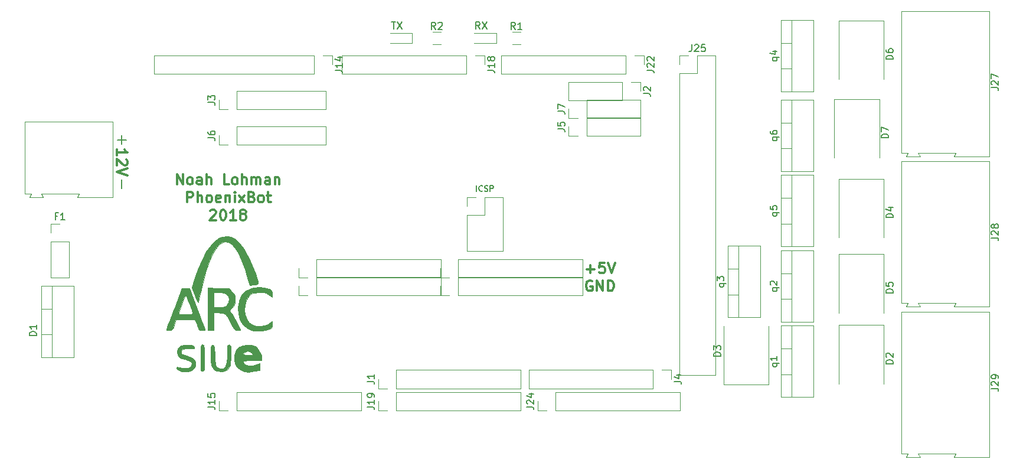
<source format=gto>
G04 #@! TF.FileFunction,Legend,Top*
%FSLAX46Y46*%
G04 Gerber Fmt 4.6, Leading zero omitted, Abs format (unit mm)*
G04 Created by KiCad (PCBNEW 4.0.7) date 02/13/18 18:01:40*
%MOMM*%
%LPD*%
G01*
G04 APERTURE LIST*
%ADD10C,0.100000*%
%ADD11C,0.300000*%
%ADD12C,0.200000*%
%ADD13C,0.120000*%
%ADD14C,0.010000*%
%ADD15C,0.150000*%
G04 APERTURE END LIST*
D10*
D11*
X122511429Y-84161429D02*
X122511429Y-83304286D01*
X122511429Y-83732858D02*
X124011429Y-83732858D01*
X123797143Y-83590001D01*
X123654286Y-83447143D01*
X123582857Y-83304286D01*
X123868571Y-84732857D02*
X123940000Y-84804286D01*
X124011429Y-84947143D01*
X124011429Y-85304286D01*
X123940000Y-85447143D01*
X123868571Y-85518572D01*
X123725714Y-85590000D01*
X123582857Y-85590000D01*
X123368571Y-85518572D01*
X122511429Y-84661429D01*
X122511429Y-85590000D01*
X124011429Y-86018571D02*
X122511429Y-86518571D01*
X124011429Y-87018571D01*
D12*
X123190000Y-87630000D02*
X123190000Y-88900000D01*
X123190000Y-81280000D02*
X123190000Y-82550000D01*
X122555000Y-81915000D02*
X123825000Y-81915000D01*
D11*
X131072857Y-88298571D02*
X131072857Y-86798571D01*
X131930000Y-88298571D01*
X131930000Y-86798571D01*
X132858572Y-88298571D02*
X132715714Y-88227143D01*
X132644286Y-88155714D01*
X132572857Y-88012857D01*
X132572857Y-87584286D01*
X132644286Y-87441429D01*
X132715714Y-87370000D01*
X132858572Y-87298571D01*
X133072857Y-87298571D01*
X133215714Y-87370000D01*
X133287143Y-87441429D01*
X133358572Y-87584286D01*
X133358572Y-88012857D01*
X133287143Y-88155714D01*
X133215714Y-88227143D01*
X133072857Y-88298571D01*
X132858572Y-88298571D01*
X134644286Y-88298571D02*
X134644286Y-87512857D01*
X134572857Y-87370000D01*
X134430000Y-87298571D01*
X134144286Y-87298571D01*
X134001429Y-87370000D01*
X134644286Y-88227143D02*
X134501429Y-88298571D01*
X134144286Y-88298571D01*
X134001429Y-88227143D01*
X133930000Y-88084286D01*
X133930000Y-87941429D01*
X134001429Y-87798571D01*
X134144286Y-87727143D01*
X134501429Y-87727143D01*
X134644286Y-87655714D01*
X135358572Y-88298571D02*
X135358572Y-86798571D01*
X136001429Y-88298571D02*
X136001429Y-87512857D01*
X135930000Y-87370000D01*
X135787143Y-87298571D01*
X135572858Y-87298571D01*
X135430000Y-87370000D01*
X135358572Y-87441429D01*
X138572858Y-88298571D02*
X137858572Y-88298571D01*
X137858572Y-86798571D01*
X139287144Y-88298571D02*
X139144286Y-88227143D01*
X139072858Y-88155714D01*
X139001429Y-88012857D01*
X139001429Y-87584286D01*
X139072858Y-87441429D01*
X139144286Y-87370000D01*
X139287144Y-87298571D01*
X139501429Y-87298571D01*
X139644286Y-87370000D01*
X139715715Y-87441429D01*
X139787144Y-87584286D01*
X139787144Y-88012857D01*
X139715715Y-88155714D01*
X139644286Y-88227143D01*
X139501429Y-88298571D01*
X139287144Y-88298571D01*
X140430001Y-88298571D02*
X140430001Y-86798571D01*
X141072858Y-88298571D02*
X141072858Y-87512857D01*
X141001429Y-87370000D01*
X140858572Y-87298571D01*
X140644287Y-87298571D01*
X140501429Y-87370000D01*
X140430001Y-87441429D01*
X141787144Y-88298571D02*
X141787144Y-87298571D01*
X141787144Y-87441429D02*
X141858572Y-87370000D01*
X142001430Y-87298571D01*
X142215715Y-87298571D01*
X142358572Y-87370000D01*
X142430001Y-87512857D01*
X142430001Y-88298571D01*
X142430001Y-87512857D02*
X142501430Y-87370000D01*
X142644287Y-87298571D01*
X142858572Y-87298571D01*
X143001430Y-87370000D01*
X143072858Y-87512857D01*
X143072858Y-88298571D01*
X144430001Y-88298571D02*
X144430001Y-87512857D01*
X144358572Y-87370000D01*
X144215715Y-87298571D01*
X143930001Y-87298571D01*
X143787144Y-87370000D01*
X144430001Y-88227143D02*
X144287144Y-88298571D01*
X143930001Y-88298571D01*
X143787144Y-88227143D01*
X143715715Y-88084286D01*
X143715715Y-87941429D01*
X143787144Y-87798571D01*
X143930001Y-87727143D01*
X144287144Y-87727143D01*
X144430001Y-87655714D01*
X145144287Y-87298571D02*
X145144287Y-88298571D01*
X145144287Y-87441429D02*
X145215715Y-87370000D01*
X145358573Y-87298571D01*
X145572858Y-87298571D01*
X145715715Y-87370000D01*
X145787144Y-87512857D01*
X145787144Y-88298571D01*
X132537143Y-90848571D02*
X132537143Y-89348571D01*
X133108571Y-89348571D01*
X133251429Y-89420000D01*
X133322857Y-89491429D01*
X133394286Y-89634286D01*
X133394286Y-89848571D01*
X133322857Y-89991429D01*
X133251429Y-90062857D01*
X133108571Y-90134286D01*
X132537143Y-90134286D01*
X134037143Y-90848571D02*
X134037143Y-89348571D01*
X134680000Y-90848571D02*
X134680000Y-90062857D01*
X134608571Y-89920000D01*
X134465714Y-89848571D01*
X134251429Y-89848571D01*
X134108571Y-89920000D01*
X134037143Y-89991429D01*
X135608572Y-90848571D02*
X135465714Y-90777143D01*
X135394286Y-90705714D01*
X135322857Y-90562857D01*
X135322857Y-90134286D01*
X135394286Y-89991429D01*
X135465714Y-89920000D01*
X135608572Y-89848571D01*
X135822857Y-89848571D01*
X135965714Y-89920000D01*
X136037143Y-89991429D01*
X136108572Y-90134286D01*
X136108572Y-90562857D01*
X136037143Y-90705714D01*
X135965714Y-90777143D01*
X135822857Y-90848571D01*
X135608572Y-90848571D01*
X137322857Y-90777143D02*
X137180000Y-90848571D01*
X136894286Y-90848571D01*
X136751429Y-90777143D01*
X136680000Y-90634286D01*
X136680000Y-90062857D01*
X136751429Y-89920000D01*
X136894286Y-89848571D01*
X137180000Y-89848571D01*
X137322857Y-89920000D01*
X137394286Y-90062857D01*
X137394286Y-90205714D01*
X136680000Y-90348571D01*
X138037143Y-89848571D02*
X138037143Y-90848571D01*
X138037143Y-89991429D02*
X138108571Y-89920000D01*
X138251429Y-89848571D01*
X138465714Y-89848571D01*
X138608571Y-89920000D01*
X138680000Y-90062857D01*
X138680000Y-90848571D01*
X139394286Y-90848571D02*
X139394286Y-89848571D01*
X139394286Y-89348571D02*
X139322857Y-89420000D01*
X139394286Y-89491429D01*
X139465714Y-89420000D01*
X139394286Y-89348571D01*
X139394286Y-89491429D01*
X139965715Y-90848571D02*
X140751429Y-89848571D01*
X139965715Y-89848571D02*
X140751429Y-90848571D01*
X141822858Y-90062857D02*
X142037144Y-90134286D01*
X142108572Y-90205714D01*
X142180001Y-90348571D01*
X142180001Y-90562857D01*
X142108572Y-90705714D01*
X142037144Y-90777143D01*
X141894286Y-90848571D01*
X141322858Y-90848571D01*
X141322858Y-89348571D01*
X141822858Y-89348571D01*
X141965715Y-89420000D01*
X142037144Y-89491429D01*
X142108572Y-89634286D01*
X142108572Y-89777143D01*
X142037144Y-89920000D01*
X141965715Y-89991429D01*
X141822858Y-90062857D01*
X141322858Y-90062857D01*
X143037144Y-90848571D02*
X142894286Y-90777143D01*
X142822858Y-90705714D01*
X142751429Y-90562857D01*
X142751429Y-90134286D01*
X142822858Y-89991429D01*
X142894286Y-89920000D01*
X143037144Y-89848571D01*
X143251429Y-89848571D01*
X143394286Y-89920000D01*
X143465715Y-89991429D01*
X143537144Y-90134286D01*
X143537144Y-90562857D01*
X143465715Y-90705714D01*
X143394286Y-90777143D01*
X143251429Y-90848571D01*
X143037144Y-90848571D01*
X143965715Y-89848571D02*
X144537144Y-89848571D01*
X144180001Y-89348571D02*
X144180001Y-90634286D01*
X144251429Y-90777143D01*
X144394287Y-90848571D01*
X144537144Y-90848571D01*
X135858572Y-92041429D02*
X135930001Y-91970000D01*
X136072858Y-91898571D01*
X136430001Y-91898571D01*
X136572858Y-91970000D01*
X136644287Y-92041429D01*
X136715715Y-92184286D01*
X136715715Y-92327143D01*
X136644287Y-92541429D01*
X135787144Y-93398571D01*
X136715715Y-93398571D01*
X137644286Y-91898571D02*
X137787143Y-91898571D01*
X137930000Y-91970000D01*
X138001429Y-92041429D01*
X138072858Y-92184286D01*
X138144286Y-92470000D01*
X138144286Y-92827143D01*
X138072858Y-93112857D01*
X138001429Y-93255714D01*
X137930000Y-93327143D01*
X137787143Y-93398571D01*
X137644286Y-93398571D01*
X137501429Y-93327143D01*
X137430000Y-93255714D01*
X137358572Y-93112857D01*
X137287143Y-92827143D01*
X137287143Y-92470000D01*
X137358572Y-92184286D01*
X137430000Y-92041429D01*
X137501429Y-91970000D01*
X137644286Y-91898571D01*
X139572857Y-93398571D02*
X138715714Y-93398571D01*
X139144286Y-93398571D02*
X139144286Y-91898571D01*
X139001429Y-92112857D01*
X138858571Y-92255714D01*
X138715714Y-92327143D01*
X140430000Y-92541429D02*
X140287142Y-92470000D01*
X140215714Y-92398571D01*
X140144285Y-92255714D01*
X140144285Y-92184286D01*
X140215714Y-92041429D01*
X140287142Y-91970000D01*
X140430000Y-91898571D01*
X140715714Y-91898571D01*
X140858571Y-91970000D01*
X140930000Y-92041429D01*
X141001428Y-92184286D01*
X141001428Y-92255714D01*
X140930000Y-92398571D01*
X140858571Y-92470000D01*
X140715714Y-92541429D01*
X140430000Y-92541429D01*
X140287142Y-92612857D01*
X140215714Y-92684286D01*
X140144285Y-92827143D01*
X140144285Y-93112857D01*
X140215714Y-93255714D01*
X140287142Y-93327143D01*
X140430000Y-93398571D01*
X140715714Y-93398571D01*
X140858571Y-93327143D01*
X140930000Y-93255714D01*
X141001428Y-93112857D01*
X141001428Y-92827143D01*
X140930000Y-92684286D01*
X140858571Y-92612857D01*
X140715714Y-92541429D01*
D12*
X174079048Y-89261905D02*
X174079048Y-88461905D01*
X174917143Y-89185714D02*
X174879048Y-89223810D01*
X174764762Y-89261905D01*
X174688572Y-89261905D01*
X174574286Y-89223810D01*
X174498095Y-89147619D01*
X174460000Y-89071429D01*
X174421905Y-88919048D01*
X174421905Y-88804762D01*
X174460000Y-88652381D01*
X174498095Y-88576190D01*
X174574286Y-88500000D01*
X174688572Y-88461905D01*
X174764762Y-88461905D01*
X174879048Y-88500000D01*
X174917143Y-88538095D01*
X175221905Y-89223810D02*
X175336191Y-89261905D01*
X175526667Y-89261905D01*
X175602857Y-89223810D01*
X175640953Y-89185714D01*
X175679048Y-89109524D01*
X175679048Y-89033333D01*
X175640953Y-88957143D01*
X175602857Y-88919048D01*
X175526667Y-88880952D01*
X175374286Y-88842857D01*
X175298095Y-88804762D01*
X175260000Y-88766667D01*
X175221905Y-88690476D01*
X175221905Y-88614286D01*
X175260000Y-88538095D01*
X175298095Y-88500000D01*
X175374286Y-88461905D01*
X175564762Y-88461905D01*
X175679048Y-88500000D01*
X176021905Y-89261905D02*
X176021905Y-88461905D01*
X176326667Y-88461905D01*
X176402858Y-88500000D01*
X176440953Y-88538095D01*
X176479048Y-88614286D01*
X176479048Y-88728571D01*
X176440953Y-88804762D01*
X176402858Y-88842857D01*
X176326667Y-88880952D01*
X176021905Y-88880952D01*
D11*
X190627143Y-102120000D02*
X190484286Y-102048571D01*
X190270000Y-102048571D01*
X190055715Y-102120000D01*
X189912857Y-102262857D01*
X189841429Y-102405714D01*
X189770000Y-102691429D01*
X189770000Y-102905714D01*
X189841429Y-103191429D01*
X189912857Y-103334286D01*
X190055715Y-103477143D01*
X190270000Y-103548571D01*
X190412857Y-103548571D01*
X190627143Y-103477143D01*
X190698572Y-103405714D01*
X190698572Y-102905714D01*
X190412857Y-102905714D01*
X191341429Y-103548571D02*
X191341429Y-102048571D01*
X192198572Y-103548571D01*
X192198572Y-102048571D01*
X192912858Y-103548571D02*
X192912858Y-102048571D01*
X193270001Y-102048571D01*
X193484286Y-102120000D01*
X193627144Y-102262857D01*
X193698572Y-102405714D01*
X193770001Y-102691429D01*
X193770001Y-102905714D01*
X193698572Y-103191429D01*
X193627144Y-103334286D01*
X193484286Y-103477143D01*
X193270001Y-103548571D01*
X192912858Y-103548571D01*
X189841429Y-100437143D02*
X190984286Y-100437143D01*
X190412857Y-101008571D02*
X190412857Y-99865714D01*
X192412858Y-99508571D02*
X191698572Y-99508571D01*
X191627143Y-100222857D01*
X191698572Y-100151429D01*
X191841429Y-100080000D01*
X192198572Y-100080000D01*
X192341429Y-100151429D01*
X192412858Y-100222857D01*
X192484286Y-100365714D01*
X192484286Y-100722857D01*
X192412858Y-100865714D01*
X192341429Y-100937143D01*
X192198572Y-101008571D01*
X191841429Y-101008571D01*
X191698572Y-100937143D01*
X191627143Y-100865714D01*
X192912857Y-99508571D02*
X193412857Y-101008571D01*
X193912857Y-99508571D01*
D13*
X177613000Y-69790000D02*
X177613000Y-72450000D01*
X195453000Y-69790000D02*
X177613000Y-69790000D01*
X195453000Y-72450000D02*
X177613000Y-72450000D01*
X195453000Y-69790000D02*
X195453000Y-72450000D01*
X196723000Y-69790000D02*
X198053000Y-69790000D01*
X198053000Y-69790000D02*
X198053000Y-71120000D01*
X181550000Y-114875000D02*
X181550000Y-117535000D01*
X199390000Y-114875000D02*
X181550000Y-114875000D01*
X199390000Y-117535000D02*
X181550000Y-117535000D01*
X199390000Y-114875000D02*
X199390000Y-117535000D01*
X200660000Y-114875000D02*
X201990000Y-114875000D01*
X201990000Y-114875000D02*
X201990000Y-116205000D01*
X225985000Y-64825000D02*
X232485000Y-64825000D01*
X225985000Y-64825000D02*
X225985000Y-73225000D01*
X232485000Y-64825000D02*
X232485000Y-73225000D01*
X189290000Y-104200000D02*
X189290000Y-101540000D01*
X171450000Y-104200000D02*
X189290000Y-104200000D01*
X171450000Y-101540000D02*
X189290000Y-101540000D01*
X171450000Y-104200000D02*
X171450000Y-101540000D01*
X170180000Y-104200000D02*
X168850000Y-104200000D01*
X168850000Y-104200000D02*
X168850000Y-102870000D01*
X152460000Y-77530000D02*
X152460000Y-74870000D01*
X139700000Y-77530000D02*
X152460000Y-77530000D01*
X139700000Y-74870000D02*
X152460000Y-74870000D01*
X139700000Y-77530000D02*
X139700000Y-74870000D01*
X138430000Y-77530000D02*
X137100000Y-77530000D01*
X137100000Y-77530000D02*
X137100000Y-76200000D01*
X152460000Y-82610000D02*
X152460000Y-79950000D01*
X139700000Y-82610000D02*
X152460000Y-82610000D01*
X139700000Y-79950000D02*
X152460000Y-79950000D01*
X139700000Y-82610000D02*
X139700000Y-79950000D01*
X138430000Y-82610000D02*
X137100000Y-82610000D01*
X137100000Y-82610000D02*
X137100000Y-81280000D01*
X157540000Y-120710000D02*
X157540000Y-118050000D01*
X139700000Y-120710000D02*
X157540000Y-120710000D01*
X139700000Y-118050000D02*
X157540000Y-118050000D01*
X139700000Y-120710000D02*
X139700000Y-118050000D01*
X138430000Y-120710000D02*
X137100000Y-120710000D01*
X137100000Y-120710000D02*
X137100000Y-119380000D01*
X168970000Y-104200000D02*
X168970000Y-101540000D01*
X151130000Y-104200000D02*
X168970000Y-104200000D01*
X151130000Y-101540000D02*
X168970000Y-101540000D01*
X151130000Y-104200000D02*
X151130000Y-101540000D01*
X149860000Y-104200000D02*
X148530000Y-104200000D01*
X148530000Y-104200000D02*
X148530000Y-102870000D01*
X168970000Y-101660000D02*
X168970000Y-99000000D01*
X151130000Y-101660000D02*
X168970000Y-101660000D01*
X151130000Y-99000000D02*
X168970000Y-99000000D01*
X151130000Y-101660000D02*
X151130000Y-99000000D01*
X149860000Y-101660000D02*
X148530000Y-101660000D01*
X148530000Y-101660000D02*
X148530000Y-100330000D01*
X154753000Y-69790000D02*
X154753000Y-72450000D01*
X172593000Y-69790000D02*
X154753000Y-69790000D01*
X172593000Y-72450000D02*
X154753000Y-72450000D01*
X172593000Y-69790000D02*
X172593000Y-72450000D01*
X173863000Y-69790000D02*
X175193000Y-69790000D01*
X175193000Y-69790000D02*
X175193000Y-71120000D01*
X180400000Y-120710000D02*
X180400000Y-118050000D01*
X162560000Y-120710000D02*
X180400000Y-120710000D01*
X162560000Y-118050000D02*
X180400000Y-118050000D01*
X162560000Y-120710000D02*
X162560000Y-118050000D01*
X161290000Y-120710000D02*
X159960000Y-120710000D01*
X159960000Y-120710000D02*
X159960000Y-119380000D01*
X189290000Y-101660000D02*
X189290000Y-99000000D01*
X171450000Y-101660000D02*
X189290000Y-101660000D01*
X171450000Y-99000000D02*
X189290000Y-99000000D01*
X171450000Y-101660000D02*
X171450000Y-99000000D01*
X170180000Y-101660000D02*
X168850000Y-101660000D01*
X168850000Y-101660000D02*
X168850000Y-100330000D01*
X172660000Y-97850000D02*
X177860000Y-97850000D01*
X172660000Y-92710000D02*
X172660000Y-97850000D01*
X177860000Y-90110000D02*
X177860000Y-97850000D01*
X172660000Y-92710000D02*
X175260000Y-92710000D01*
X175260000Y-92710000D02*
X175260000Y-90110000D01*
X175260000Y-90110000D02*
X177860000Y-90110000D01*
X172660000Y-91440000D02*
X172660000Y-90110000D01*
X172660000Y-90110000D02*
X173990000Y-90110000D01*
X203260000Y-120710000D02*
X203260000Y-118050000D01*
X185420000Y-120710000D02*
X203260000Y-120710000D01*
X185420000Y-118050000D02*
X203260000Y-118050000D01*
X185420000Y-120710000D02*
X185420000Y-118050000D01*
X184150000Y-120710000D02*
X182820000Y-120710000D01*
X182820000Y-120710000D02*
X182820000Y-119380000D01*
X203140000Y-115630000D02*
X208340000Y-115630000D01*
X203140000Y-72390000D02*
X203140000Y-115630000D01*
X208340000Y-69790000D02*
X208340000Y-115630000D01*
X203140000Y-72390000D02*
X205740000Y-72390000D01*
X205740000Y-72390000D02*
X205740000Y-69790000D01*
X205740000Y-69790000D02*
X208340000Y-69790000D01*
X203140000Y-71120000D02*
X203140000Y-69790000D01*
X203140000Y-69790000D02*
X204470000Y-69790000D01*
X247600000Y-63470000D02*
X247600000Y-84270000D01*
X247600000Y-84270000D02*
X242550000Y-84270000D01*
X242550000Y-84270000D02*
X242800000Y-83770000D01*
X242800000Y-83770000D02*
X237400000Y-83770000D01*
X237400000Y-83770000D02*
X237700000Y-84320000D01*
X237700000Y-84320000D02*
X235650000Y-84320000D01*
X235650000Y-84320000D02*
X235950000Y-83770000D01*
X235950000Y-83770000D02*
X235000000Y-83770000D01*
X235000000Y-83770000D02*
X235000000Y-63470000D01*
X235000000Y-63470000D02*
X247600000Y-63470000D01*
X247600000Y-84980000D02*
X247600000Y-105780000D01*
X247600000Y-105780000D02*
X242550000Y-105780000D01*
X242550000Y-105780000D02*
X242800000Y-105280000D01*
X242800000Y-105280000D02*
X237400000Y-105280000D01*
X237400000Y-105280000D02*
X237700000Y-105830000D01*
X237700000Y-105830000D02*
X235650000Y-105830000D01*
X235650000Y-105830000D02*
X235950000Y-105280000D01*
X235950000Y-105280000D02*
X235000000Y-105280000D01*
X235000000Y-105280000D02*
X235000000Y-84980000D01*
X235000000Y-84980000D02*
X247600000Y-84980000D01*
X247600000Y-106570000D02*
X247600000Y-127370000D01*
X247600000Y-127370000D02*
X242550000Y-127370000D01*
X242550000Y-127370000D02*
X242800000Y-126870000D01*
X242800000Y-126870000D02*
X237400000Y-126870000D01*
X237400000Y-126870000D02*
X237700000Y-127420000D01*
X237700000Y-127420000D02*
X235650000Y-127420000D01*
X235650000Y-127420000D02*
X235950000Y-126870000D01*
X235950000Y-126870000D02*
X235000000Y-126870000D01*
X235000000Y-126870000D02*
X235000000Y-106570000D01*
X235000000Y-106570000D02*
X247600000Y-106570000D01*
X217725000Y-118785000D02*
X217725000Y-108545000D01*
X222366000Y-118785000D02*
X222366000Y-108545000D01*
X217725000Y-118785000D02*
X222366000Y-118785000D01*
X217725000Y-108545000D02*
X222366000Y-108545000D01*
X219235000Y-118785000D02*
X219235000Y-108545000D01*
X217725000Y-115515000D02*
X219235000Y-115515000D01*
X217725000Y-111814000D02*
X219235000Y-111814000D01*
X217725000Y-107990000D02*
X217725000Y-97750000D01*
X222366000Y-107990000D02*
X222366000Y-97750000D01*
X217725000Y-107990000D02*
X222366000Y-107990000D01*
X217725000Y-97750000D02*
X222366000Y-97750000D01*
X219235000Y-107990000D02*
X219235000Y-97750000D01*
X217725000Y-104720000D02*
X219235000Y-104720000D01*
X217725000Y-101019000D02*
X219235000Y-101019000D01*
X210105000Y-107355000D02*
X210105000Y-97115000D01*
X214746000Y-107355000D02*
X214746000Y-97115000D01*
X210105000Y-107355000D02*
X214746000Y-107355000D01*
X210105000Y-97115000D02*
X214746000Y-97115000D01*
X211615000Y-107355000D02*
X211615000Y-97115000D01*
X210105000Y-104085000D02*
X211615000Y-104085000D01*
X210105000Y-100384000D02*
X211615000Y-100384000D01*
X217725000Y-74970000D02*
X217725000Y-64730000D01*
X222366000Y-74970000D02*
X222366000Y-64730000D01*
X217725000Y-74970000D02*
X222366000Y-74970000D01*
X217725000Y-64730000D02*
X222366000Y-64730000D01*
X219235000Y-74970000D02*
X219235000Y-64730000D01*
X217725000Y-71700000D02*
X219235000Y-71700000D01*
X217725000Y-67999000D02*
X219235000Y-67999000D01*
X217725000Y-97195000D02*
X217725000Y-86955000D01*
X222366000Y-97195000D02*
X222366000Y-86955000D01*
X217725000Y-97195000D02*
X222366000Y-97195000D01*
X217725000Y-86955000D02*
X222366000Y-86955000D01*
X219235000Y-97195000D02*
X219235000Y-86955000D01*
X217725000Y-93925000D02*
X219235000Y-93925000D01*
X217725000Y-90224000D02*
X219235000Y-90224000D01*
X217725000Y-86400000D02*
X217725000Y-76160000D01*
X222366000Y-86400000D02*
X222366000Y-76160000D01*
X217725000Y-86400000D02*
X222366000Y-86400000D01*
X217725000Y-76160000D02*
X222366000Y-76160000D01*
X219235000Y-86400000D02*
X219235000Y-76160000D01*
X217725000Y-83130000D02*
X219235000Y-83130000D01*
X217725000Y-79429000D02*
X219235000Y-79429000D01*
X127829000Y-69790000D02*
X127829000Y-72450000D01*
X150749000Y-69790000D02*
X127829000Y-69790000D01*
X150749000Y-72450000D02*
X127829000Y-72450000D01*
X150749000Y-69790000D02*
X150749000Y-72450000D01*
X152019000Y-69790000D02*
X153349000Y-69790000D01*
X153349000Y-69790000D02*
X153349000Y-71120000D01*
X111680000Y-113070000D02*
X111680000Y-102830000D01*
X116321000Y-113070000D02*
X116321000Y-102830000D01*
X111680000Y-113070000D02*
X116321000Y-113070000D01*
X111680000Y-102830000D02*
X116321000Y-102830000D01*
X113190000Y-113070000D02*
X113190000Y-102830000D01*
X111680000Y-109800000D02*
X113190000Y-109800000D01*
X111680000Y-106099000D02*
X113190000Y-106099000D01*
X225985000Y-108455000D02*
X232485000Y-108455000D01*
X225985000Y-108455000D02*
X225985000Y-116855000D01*
X232485000Y-108455000D02*
X232485000Y-116855000D01*
X215975000Y-116970000D02*
X209475000Y-116970000D01*
X215975000Y-116970000D02*
X215975000Y-108570000D01*
X209475000Y-116970000D02*
X209475000Y-108570000D01*
X225985000Y-87500000D02*
X232485000Y-87500000D01*
X225985000Y-87500000D02*
X225985000Y-95900000D01*
X232485000Y-87500000D02*
X232485000Y-95900000D01*
X225985000Y-98295000D02*
X232485000Y-98295000D01*
X225985000Y-98295000D02*
X225985000Y-106695000D01*
X232485000Y-98295000D02*
X232485000Y-106695000D01*
X225350000Y-76070000D02*
X231850000Y-76070000D01*
X225350000Y-76070000D02*
X225350000Y-84470000D01*
X231850000Y-76070000D02*
X231850000Y-84470000D01*
X112970000Y-101660000D02*
X115630000Y-101660000D01*
X112970000Y-96520000D02*
X112970000Y-101660000D01*
X115630000Y-96520000D02*
X115630000Y-101660000D01*
X112970000Y-96520000D02*
X115630000Y-96520000D01*
X112970000Y-95250000D02*
X112970000Y-93920000D01*
X112970000Y-93920000D02*
X114300000Y-93920000D01*
X121870000Y-79265000D02*
X109270000Y-79265000D01*
X109270000Y-79265000D02*
X109270000Y-89615000D01*
X109270000Y-89615000D02*
X110220000Y-89615000D01*
X110220000Y-89615000D02*
X109970000Y-90115000D01*
X109970000Y-90115000D02*
X111870000Y-90115000D01*
X111870000Y-90115000D02*
X111920000Y-90115000D01*
X111920000Y-90115000D02*
X111670000Y-89615000D01*
X111670000Y-89615000D02*
X117070000Y-89615000D01*
X117070000Y-89615000D02*
X116770000Y-90115000D01*
X116770000Y-90115000D02*
X121870000Y-90115000D01*
X121870000Y-90115000D02*
X121870000Y-79265000D01*
X173705000Y-66560000D02*
X176905000Y-66560000D01*
X176905000Y-68060000D02*
X173705000Y-68060000D01*
X176905000Y-68060000D02*
X176905000Y-66560000D01*
X161640000Y-66560000D02*
X164840000Y-66560000D01*
X164840000Y-68060000D02*
X161640000Y-68060000D01*
X164840000Y-68060000D02*
X164840000Y-66560000D01*
X180385000Y-68190000D02*
X179185000Y-68190000D01*
X179185000Y-66430000D02*
X180385000Y-66430000D01*
X168955000Y-68190000D02*
X167755000Y-68190000D01*
X167755000Y-66430000D02*
X168955000Y-66430000D01*
X180400000Y-117535000D02*
X180400000Y-114875000D01*
X162560000Y-117535000D02*
X180400000Y-117535000D01*
X162560000Y-114875000D02*
X180400000Y-114875000D01*
X162560000Y-117535000D02*
X162560000Y-114875000D01*
X161290000Y-117535000D02*
X159960000Y-117535000D01*
X159960000Y-117535000D02*
X159960000Y-116205000D01*
X187265000Y-73600000D02*
X187265000Y-76260000D01*
X194945000Y-73600000D02*
X187265000Y-73600000D01*
X194945000Y-76260000D02*
X187265000Y-76260000D01*
X194945000Y-73600000D02*
X194945000Y-76260000D01*
X196215000Y-73600000D02*
X197545000Y-73600000D01*
X197545000Y-73600000D02*
X197545000Y-74930000D01*
X197545000Y-78800000D02*
X197545000Y-76140000D01*
X189865000Y-78800000D02*
X197545000Y-78800000D01*
X189865000Y-76140000D02*
X197545000Y-76140000D01*
X189865000Y-78800000D02*
X189865000Y-76140000D01*
X188595000Y-78800000D02*
X187265000Y-78800000D01*
X187265000Y-78800000D02*
X187265000Y-77470000D01*
X197545000Y-81340000D02*
X197545000Y-78680000D01*
X189865000Y-81340000D02*
X197545000Y-81340000D01*
X189865000Y-78680000D02*
X197545000Y-78680000D01*
X189865000Y-81340000D02*
X189865000Y-78680000D01*
X188595000Y-81340000D02*
X187265000Y-81340000D01*
X187265000Y-81340000D02*
X187265000Y-80010000D01*
D14*
G36*
X133026447Y-111310680D02*
X133378839Y-111416996D01*
X133580101Y-111591343D01*
X133604000Y-111691409D01*
X133561804Y-111795530D01*
X133399679Y-111837372D01*
X133064317Y-111824823D01*
X132844719Y-111803745D01*
X132279716Y-111783337D01*
X131920500Y-111872937D01*
X131737803Y-112086293D01*
X131699000Y-112341952D01*
X131746479Y-112546262D01*
X131930791Y-112682657D01*
X132238750Y-112782647D01*
X132906165Y-112987677D01*
X133353608Y-113204429D01*
X133614226Y-113465764D01*
X133721164Y-113804542D01*
X133709166Y-114240344D01*
X133546916Y-114615420D01*
X133195196Y-114905238D01*
X132711113Y-115085507D01*
X132151772Y-115131935D01*
X131751414Y-115073138D01*
X131333444Y-114940821D01*
X131120541Y-114788571D01*
X131064000Y-114595192D01*
X131130379Y-114459771D01*
X131349750Y-114482306D01*
X132063046Y-114637687D01*
X132601811Y-114624973D01*
X132902819Y-114503934D01*
X133169780Y-114234338D01*
X133203390Y-113954947D01*
X133021416Y-113694105D01*
X132641627Y-113480159D01*
X132184312Y-113357699D01*
X131784101Y-113237291D01*
X131446040Y-113055890D01*
X131428662Y-113042308D01*
X131198076Y-112708215D01*
X131135197Y-112278959D01*
X131241353Y-111851304D01*
X131409002Y-111612553D01*
X131714202Y-111423332D01*
X132128957Y-111311507D01*
X132588096Y-111274737D01*
X133026447Y-111310680D01*
X133026447Y-111310680D01*
G37*
X133026447Y-111310680D02*
X133378839Y-111416996D01*
X133580101Y-111591343D01*
X133604000Y-111691409D01*
X133561804Y-111795530D01*
X133399679Y-111837372D01*
X133064317Y-111824823D01*
X132844719Y-111803745D01*
X132279716Y-111783337D01*
X131920500Y-111872937D01*
X131737803Y-112086293D01*
X131699000Y-112341952D01*
X131746479Y-112546262D01*
X131930791Y-112682657D01*
X132238750Y-112782647D01*
X132906165Y-112987677D01*
X133353608Y-113204429D01*
X133614226Y-113465764D01*
X133721164Y-113804542D01*
X133709166Y-114240344D01*
X133546916Y-114615420D01*
X133195196Y-114905238D01*
X132711113Y-115085507D01*
X132151772Y-115131935D01*
X131751414Y-115073138D01*
X131333444Y-114940821D01*
X131120541Y-114788571D01*
X131064000Y-114595192D01*
X131130379Y-114459771D01*
X131349750Y-114482306D01*
X132063046Y-114637687D01*
X132601811Y-114624973D01*
X132902819Y-114503934D01*
X133169780Y-114234338D01*
X133203390Y-113954947D01*
X133021416Y-113694105D01*
X132641627Y-113480159D01*
X132184312Y-113357699D01*
X131784101Y-113237291D01*
X131446040Y-113055890D01*
X131428662Y-113042308D01*
X131198076Y-112708215D01*
X131135197Y-112278959D01*
X131241353Y-111851304D01*
X131409002Y-111612553D01*
X131714202Y-111423332D01*
X132128957Y-111311507D01*
X132588096Y-111274737D01*
X133026447Y-111310680D01*
G36*
X138668433Y-111268156D02*
X138741467Y-111345982D01*
X138784156Y-111529512D01*
X138804554Y-111862782D01*
X138810716Y-112389826D01*
X138811000Y-112640732D01*
X138800119Y-113242508D01*
X138770715Y-113777926D01*
X138727648Y-114178602D01*
X138689668Y-114348590D01*
X138410977Y-114750358D01*
X137969119Y-115016945D01*
X137428819Y-115125343D01*
X136854799Y-115052541D01*
X136779000Y-115027839D01*
X136419446Y-114843462D01*
X136166622Y-114559680D01*
X136007423Y-114140214D01*
X135928745Y-113548786D01*
X135917485Y-112749115D01*
X135919745Y-112649000D01*
X135938271Y-112053607D01*
X135964099Y-111667404D01*
X136006896Y-111445593D01*
X136076330Y-111343376D01*
X136182068Y-111315952D01*
X136207500Y-111315500D01*
X136316200Y-111332937D01*
X136391785Y-111413381D01*
X136443166Y-111599026D01*
X136479260Y-111932068D01*
X136508979Y-112454704D01*
X136525000Y-112818408D01*
X136557706Y-113474340D01*
X136596105Y-113923329D01*
X136648865Y-114212415D01*
X136724651Y-114388637D01*
X136832129Y-114499034D01*
X136835023Y-114501158D01*
X137193487Y-114647985D01*
X137605662Y-114666808D01*
X137892570Y-114574876D01*
X138081913Y-114314392D01*
X138214093Y-113814579D01*
X138287479Y-113083961D01*
X138303000Y-112427588D01*
X138307026Y-111875395D01*
X138325975Y-111529457D01*
X138370156Y-111342071D01*
X138449873Y-111265536D01*
X138557000Y-111252000D01*
X138668433Y-111268156D01*
X138668433Y-111268156D01*
G37*
X138668433Y-111268156D02*
X138741467Y-111345982D01*
X138784156Y-111529512D01*
X138804554Y-111862782D01*
X138810716Y-112389826D01*
X138811000Y-112640732D01*
X138800119Y-113242508D01*
X138770715Y-113777926D01*
X138727648Y-114178602D01*
X138689668Y-114348590D01*
X138410977Y-114750358D01*
X137969119Y-115016945D01*
X137428819Y-115125343D01*
X136854799Y-115052541D01*
X136779000Y-115027839D01*
X136419446Y-114843462D01*
X136166622Y-114559680D01*
X136007423Y-114140214D01*
X135928745Y-113548786D01*
X135917485Y-112749115D01*
X135919745Y-112649000D01*
X135938271Y-112053607D01*
X135964099Y-111667404D01*
X136006896Y-111445593D01*
X136076330Y-111343376D01*
X136182068Y-111315952D01*
X136207500Y-111315500D01*
X136316200Y-111332937D01*
X136391785Y-111413381D01*
X136443166Y-111599026D01*
X136479260Y-111932068D01*
X136508979Y-112454704D01*
X136525000Y-112818408D01*
X136557706Y-113474340D01*
X136596105Y-113923329D01*
X136648865Y-114212415D01*
X136724651Y-114388637D01*
X136832129Y-114499034D01*
X136835023Y-114501158D01*
X137193487Y-114647985D01*
X137605662Y-114666808D01*
X137892570Y-114574876D01*
X138081913Y-114314392D01*
X138214093Y-113814579D01*
X138287479Y-113083961D01*
X138303000Y-112427588D01*
X138307026Y-111875395D01*
X138325975Y-111529457D01*
X138370156Y-111342071D01*
X138449873Y-111265536D01*
X138557000Y-111252000D01*
X138668433Y-111268156D01*
G36*
X141748452Y-111304577D02*
X142320471Y-111493384D01*
X142439309Y-111563593D01*
X142738549Y-111867250D01*
X143008174Y-112320236D01*
X143196257Y-112818861D01*
X143253210Y-113188750D01*
X143256000Y-113538000D01*
X141922500Y-113538000D01*
X141298671Y-113545455D01*
X140892618Y-113570886D01*
X140668466Y-113618887D01*
X140590344Y-113694054D01*
X140589000Y-113708816D01*
X140700480Y-113994261D01*
X140998077Y-114188748D01*
X141426527Y-114280378D01*
X141930564Y-114257252D01*
X142450088Y-114109500D01*
X142752562Y-113987775D01*
X142936471Y-113922502D01*
X142954009Y-113919000D01*
X142984399Y-114031621D01*
X143000970Y-114312086D01*
X143002000Y-114413962D01*
X143002000Y-114908925D01*
X142197847Y-115048962D01*
X141735783Y-115127336D01*
X141436325Y-115163941D01*
X141211768Y-115160142D01*
X140974408Y-115117305D01*
X140779500Y-115071053D01*
X140157188Y-114842529D01*
X139691516Y-114475472D01*
X139582849Y-114347175D01*
X139391076Y-113934647D01*
X139309570Y-113387616D01*
X139338531Y-112800492D01*
X139403195Y-112553732D01*
X140621674Y-112553732D01*
X140646582Y-112690237D01*
X140888316Y-112758990D01*
X141302990Y-112776000D01*
X141704907Y-112771713D01*
X141898271Y-112742373D01*
X141928530Y-112663259D01*
X141841131Y-112509652D01*
X141828334Y-112490250D01*
X141540965Y-112241841D01*
X141181870Y-112168858D01*
X140849742Y-112286261D01*
X140795466Y-112333676D01*
X140621674Y-112553732D01*
X139403195Y-112553732D01*
X139478156Y-112267685D01*
X139578060Y-112069311D01*
X139959516Y-111675495D01*
X140496230Y-111408313D01*
X141116457Y-111280447D01*
X141748452Y-111304577D01*
X141748452Y-111304577D01*
G37*
X141748452Y-111304577D02*
X142320471Y-111493384D01*
X142439309Y-111563593D01*
X142738549Y-111867250D01*
X143008174Y-112320236D01*
X143196257Y-112818861D01*
X143253210Y-113188750D01*
X143256000Y-113538000D01*
X141922500Y-113538000D01*
X141298671Y-113545455D01*
X140892618Y-113570886D01*
X140668466Y-113618887D01*
X140590344Y-113694054D01*
X140589000Y-113708816D01*
X140700480Y-113994261D01*
X140998077Y-114188748D01*
X141426527Y-114280378D01*
X141930564Y-114257252D01*
X142450088Y-114109500D01*
X142752562Y-113987775D01*
X142936471Y-113922502D01*
X142954009Y-113919000D01*
X142984399Y-114031621D01*
X143000970Y-114312086D01*
X143002000Y-114413962D01*
X143002000Y-114908925D01*
X142197847Y-115048962D01*
X141735783Y-115127336D01*
X141436325Y-115163941D01*
X141211768Y-115160142D01*
X140974408Y-115117305D01*
X140779500Y-115071053D01*
X140157188Y-114842529D01*
X139691516Y-114475472D01*
X139582849Y-114347175D01*
X139391076Y-113934647D01*
X139309570Y-113387616D01*
X139338531Y-112800492D01*
X139403195Y-112553732D01*
X140621674Y-112553732D01*
X140646582Y-112690237D01*
X140888316Y-112758990D01*
X141302990Y-112776000D01*
X141704907Y-112771713D01*
X141898271Y-112742373D01*
X141928530Y-112663259D01*
X141841131Y-112509652D01*
X141828334Y-112490250D01*
X141540965Y-112241841D01*
X141181870Y-112168858D01*
X140849742Y-112286261D01*
X140795466Y-112333676D01*
X140621674Y-112553732D01*
X139403195Y-112553732D01*
X139478156Y-112267685D01*
X139578060Y-112069311D01*
X139959516Y-111675495D01*
X140496230Y-111408313D01*
X141116457Y-111280447D01*
X141748452Y-111304577D01*
G36*
X134844619Y-111264483D02*
X134913404Y-111327089D01*
X134958384Y-111477548D01*
X134984592Y-111753593D01*
X134997057Y-112192956D01*
X135000810Y-112833368D01*
X135001000Y-113157000D01*
X134999335Y-113889147D01*
X134990988Y-114405031D01*
X134970926Y-114742385D01*
X134934120Y-114938940D01*
X134875539Y-115032428D01*
X134790150Y-115060580D01*
X134747000Y-115062000D01*
X134649380Y-115049516D01*
X134580595Y-114986910D01*
X134535615Y-114836451D01*
X134509407Y-114560406D01*
X134496942Y-114121043D01*
X134493189Y-113480631D01*
X134493000Y-113157000D01*
X134494664Y-112424852D01*
X134503011Y-111908968D01*
X134523073Y-111571614D01*
X134559879Y-111375059D01*
X134618460Y-111281571D01*
X134703849Y-111253419D01*
X134747000Y-111252000D01*
X134844619Y-111264483D01*
X134844619Y-111264483D01*
G37*
X134844619Y-111264483D02*
X134913404Y-111327089D01*
X134958384Y-111477548D01*
X134984592Y-111753593D01*
X134997057Y-112192956D01*
X135000810Y-112833368D01*
X135001000Y-113157000D01*
X134999335Y-113889147D01*
X134990988Y-114405031D01*
X134970926Y-114742385D01*
X134934120Y-114938940D01*
X134875539Y-115032428D01*
X134790150Y-115060580D01*
X134747000Y-115062000D01*
X134649380Y-115049516D01*
X134580595Y-114986910D01*
X134535615Y-114836451D01*
X134509407Y-114560406D01*
X134496942Y-114121043D01*
X134493189Y-113480631D01*
X134493000Y-113157000D01*
X134494664Y-112424852D01*
X134503011Y-111908968D01*
X134523073Y-111571614D01*
X134559879Y-111375059D01*
X134618460Y-111281571D01*
X134703849Y-111253419D01*
X134747000Y-111252000D01*
X134844619Y-111264483D01*
G36*
X143606892Y-103075464D02*
X144198352Y-103223895D01*
X144368262Y-103298605D01*
X144654192Y-103490786D01*
X144766284Y-103733681D01*
X144780000Y-103958114D01*
X144780000Y-104404707D01*
X144204976Y-104067721D01*
X143861109Y-103886167D01*
X143553056Y-103791828D01*
X143180212Y-103765183D01*
X142730173Y-103781577D01*
X142246054Y-103818161D01*
X141931605Y-103882043D01*
X141702545Y-104005629D01*
X141474595Y-104221323D01*
X141412799Y-104288092D01*
X141033987Y-104858083D01*
X140818369Y-105523071D01*
X140758768Y-106230594D01*
X140848006Y-106928188D01*
X141078906Y-107563390D01*
X141444289Y-108083737D01*
X141936978Y-108436766D01*
X141983133Y-108456812D01*
X142460236Y-108563642D01*
X143044641Y-108568844D01*
X143632830Y-108482805D01*
X144121285Y-108315912D01*
X144267213Y-108227620D01*
X144530240Y-108045656D01*
X144697259Y-107952991D01*
X144711357Y-107950000D01*
X144756491Y-108061902D01*
X144779317Y-108337507D01*
X144780000Y-108400980D01*
X144750917Y-108707247D01*
X144617436Y-108892098D01*
X144310209Y-109050511D01*
X144303750Y-109053245D01*
X143846133Y-109184857D01*
X143259192Y-109271295D01*
X142643627Y-109305643D01*
X142100139Y-109280984D01*
X141814354Y-109224222D01*
X141096066Y-108869205D01*
X140525375Y-108331396D01*
X140116167Y-107643963D01*
X139882327Y-106840068D01*
X139837737Y-105952878D01*
X139996284Y-105015557D01*
X140019133Y-104936116D01*
X140357003Y-104226408D01*
X140891899Y-103636988D01*
X141576757Y-103217882D01*
X141671635Y-103179552D01*
X142238289Y-103048646D01*
X142918456Y-103015499D01*
X143606892Y-103075464D01*
X143606892Y-103075464D01*
G37*
X143606892Y-103075464D02*
X144198352Y-103223895D01*
X144368262Y-103298605D01*
X144654192Y-103490786D01*
X144766284Y-103733681D01*
X144780000Y-103958114D01*
X144780000Y-104404707D01*
X144204976Y-104067721D01*
X143861109Y-103886167D01*
X143553056Y-103791828D01*
X143180212Y-103765183D01*
X142730173Y-103781577D01*
X142246054Y-103818161D01*
X141931605Y-103882043D01*
X141702545Y-104005629D01*
X141474595Y-104221323D01*
X141412799Y-104288092D01*
X141033987Y-104858083D01*
X140818369Y-105523071D01*
X140758768Y-106230594D01*
X140848006Y-106928188D01*
X141078906Y-107563390D01*
X141444289Y-108083737D01*
X141936978Y-108436766D01*
X141983133Y-108456812D01*
X142460236Y-108563642D01*
X143044641Y-108568844D01*
X143632830Y-108482805D01*
X144121285Y-108315912D01*
X144267213Y-108227620D01*
X144530240Y-108045656D01*
X144697259Y-107952991D01*
X144711357Y-107950000D01*
X144756491Y-108061902D01*
X144779317Y-108337507D01*
X144780000Y-108400980D01*
X144750917Y-108707247D01*
X144617436Y-108892098D01*
X144310209Y-109050511D01*
X144303750Y-109053245D01*
X143846133Y-109184857D01*
X143259192Y-109271295D01*
X142643627Y-109305643D01*
X142100139Y-109280984D01*
X141814354Y-109224222D01*
X141096066Y-108869205D01*
X140525375Y-108331396D01*
X140116167Y-107643963D01*
X139882327Y-106840068D01*
X139837737Y-105952878D01*
X139996284Y-105015557D01*
X140019133Y-104936116D01*
X140357003Y-104226408D01*
X140891899Y-103636988D01*
X141576757Y-103217882D01*
X141671635Y-103179552D01*
X142238289Y-103048646D01*
X142918456Y-103015499D01*
X143606892Y-103075464D01*
G36*
X133997330Y-106161874D02*
X134306470Y-106976709D01*
X134583379Y-107709659D01*
X134815938Y-108328393D01*
X134992027Y-108800581D01*
X135099526Y-109093892D01*
X135128000Y-109178124D01*
X135016288Y-109205994D01*
X134742193Y-109219705D01*
X134690322Y-109220000D01*
X134447315Y-109205348D01*
X134286835Y-109124709D01*
X134157215Y-108923060D01*
X134006785Y-108545374D01*
X133974805Y-108458000D01*
X133696966Y-107696000D01*
X130958166Y-107696000D01*
X130715516Y-108426250D01*
X130571456Y-108831715D01*
X130445119Y-109054650D01*
X130280039Y-109155446D01*
X130019745Y-109194496D01*
X129995229Y-109196584D01*
X129688128Y-109206419D01*
X129574422Y-109146980D01*
X129592163Y-109006084D01*
X129657358Y-108825483D01*
X129799737Y-108444121D01*
X130005545Y-107898401D01*
X130261027Y-107224724D01*
X130408007Y-106838750D01*
X131317251Y-106838750D01*
X131434574Y-106882986D01*
X131745687Y-106916297D01*
X132190439Y-106933045D01*
X132334000Y-106934000D01*
X132805945Y-106923033D01*
X133161483Y-106893891D01*
X133340459Y-106852208D01*
X133350748Y-106838750D01*
X133309676Y-106672537D01*
X133200088Y-106341026D01*
X133043933Y-105902451D01*
X132863164Y-105415042D01*
X132679730Y-104937033D01*
X132515584Y-104526657D01*
X132392676Y-104242145D01*
X132334000Y-104141478D01*
X132270904Y-104251603D01*
X132145626Y-104543157D01*
X131980116Y-104957907D01*
X131796325Y-105437620D01*
X131616203Y-105924064D01*
X131461703Y-106359006D01*
X131354775Y-106684213D01*
X131317251Y-106838750D01*
X130408007Y-106838750D01*
X130552430Y-106459493D01*
X130734988Y-105981500D01*
X131803244Y-103187500D01*
X132866660Y-103187500D01*
X133997330Y-106161874D01*
X133997330Y-106161874D01*
G37*
X133997330Y-106161874D02*
X134306470Y-106976709D01*
X134583379Y-107709659D01*
X134815938Y-108328393D01*
X134992027Y-108800581D01*
X135099526Y-109093892D01*
X135128000Y-109178124D01*
X135016288Y-109205994D01*
X134742193Y-109219705D01*
X134690322Y-109220000D01*
X134447315Y-109205348D01*
X134286835Y-109124709D01*
X134157215Y-108923060D01*
X134006785Y-108545374D01*
X133974805Y-108458000D01*
X133696966Y-107696000D01*
X130958166Y-107696000D01*
X130715516Y-108426250D01*
X130571456Y-108831715D01*
X130445119Y-109054650D01*
X130280039Y-109155446D01*
X130019745Y-109194496D01*
X129995229Y-109196584D01*
X129688128Y-109206419D01*
X129574422Y-109146980D01*
X129592163Y-109006084D01*
X129657358Y-108825483D01*
X129799737Y-108444121D01*
X130005545Y-107898401D01*
X130261027Y-107224724D01*
X130408007Y-106838750D01*
X131317251Y-106838750D01*
X131434574Y-106882986D01*
X131745687Y-106916297D01*
X132190439Y-106933045D01*
X132334000Y-106934000D01*
X132805945Y-106923033D01*
X133161483Y-106893891D01*
X133340459Y-106852208D01*
X133350748Y-106838750D01*
X133309676Y-106672537D01*
X133200088Y-106341026D01*
X133043933Y-105902451D01*
X132863164Y-105415042D01*
X132679730Y-104937033D01*
X132515584Y-104526657D01*
X132392676Y-104242145D01*
X132334000Y-104141478D01*
X132270904Y-104251603D01*
X132145626Y-104543157D01*
X131980116Y-104957907D01*
X131796325Y-105437620D01*
X131616203Y-105924064D01*
X131461703Y-106359006D01*
X131354775Y-106684213D01*
X131317251Y-106838750D01*
X130408007Y-106838750D01*
X130552430Y-106459493D01*
X130734988Y-105981500D01*
X131803244Y-103187500D01*
X132866660Y-103187500D01*
X133997330Y-106161874D01*
G36*
X137043067Y-103145113D02*
X138577134Y-103187500D01*
X139011567Y-103661884D01*
X139269009Y-103974218D01*
X139398679Y-104255663D01*
X139442802Y-104621637D01*
X139446000Y-104849334D01*
X139428662Y-105285997D01*
X139349535Y-105578052D01*
X139167945Y-105834015D01*
X139018499Y-105989900D01*
X138766261Y-106252101D01*
X138675156Y-106408481D01*
X138725595Y-106531699D01*
X138842188Y-106643950D01*
X138977710Y-106822273D01*
X139187264Y-107159191D01*
X139438210Y-107594724D01*
X139697912Y-108068894D01*
X139933733Y-108521720D01*
X140113034Y-108893224D01*
X140203179Y-109123427D01*
X140208000Y-109153962D01*
X140096775Y-109198921D01*
X139825887Y-109219813D01*
X139794808Y-109220000D01*
X139596359Y-109205757D01*
X139438434Y-109134968D01*
X139283059Y-108965538D01*
X139092261Y-108655376D01*
X138828068Y-108162388D01*
X138810558Y-108128950D01*
X138536611Y-107635671D01*
X138275144Y-107216911D01*
X138065450Y-106933413D01*
X137988991Y-106858950D01*
X137715205Y-106753642D01*
X137301522Y-106689641D01*
X137068241Y-106680000D01*
X136398000Y-106680000D01*
X136398000Y-109220000D01*
X135509000Y-109220000D01*
X135509000Y-103759000D01*
X136398000Y-103759000D01*
X136398000Y-105918000D01*
X137165772Y-105918000D01*
X137631623Y-105900501D01*
X137934509Y-105830745D01*
X138164095Y-105682839D01*
X138245272Y-105606272D01*
X138484159Y-105216792D01*
X138553730Y-104757624D01*
X138443455Y-104332574D01*
X138383861Y-104240242D01*
X138025099Y-103963352D01*
X137478148Y-103798971D01*
X136961232Y-103759000D01*
X136398000Y-103759000D01*
X135509000Y-103759000D01*
X135509000Y-103102727D01*
X137043067Y-103145113D01*
X137043067Y-103145113D01*
G37*
X137043067Y-103145113D02*
X138577134Y-103187500D01*
X139011567Y-103661884D01*
X139269009Y-103974218D01*
X139398679Y-104255663D01*
X139442802Y-104621637D01*
X139446000Y-104849334D01*
X139428662Y-105285997D01*
X139349535Y-105578052D01*
X139167945Y-105834015D01*
X139018499Y-105989900D01*
X138766261Y-106252101D01*
X138675156Y-106408481D01*
X138725595Y-106531699D01*
X138842188Y-106643950D01*
X138977710Y-106822273D01*
X139187264Y-107159191D01*
X139438210Y-107594724D01*
X139697912Y-108068894D01*
X139933733Y-108521720D01*
X140113034Y-108893224D01*
X140203179Y-109123427D01*
X140208000Y-109153962D01*
X140096775Y-109198921D01*
X139825887Y-109219813D01*
X139794808Y-109220000D01*
X139596359Y-109205757D01*
X139438434Y-109134968D01*
X139283059Y-108965538D01*
X139092261Y-108655376D01*
X138828068Y-108162388D01*
X138810558Y-108128950D01*
X138536611Y-107635671D01*
X138275144Y-107216911D01*
X138065450Y-106933413D01*
X137988991Y-106858950D01*
X137715205Y-106753642D01*
X137301522Y-106689641D01*
X137068241Y-106680000D01*
X136398000Y-106680000D01*
X136398000Y-109220000D01*
X135509000Y-109220000D01*
X135509000Y-103759000D01*
X136398000Y-103759000D01*
X136398000Y-105918000D01*
X137165772Y-105918000D01*
X137631623Y-105900501D01*
X137934509Y-105830745D01*
X138164095Y-105682839D01*
X138245272Y-105606272D01*
X138484159Y-105216792D01*
X138553730Y-104757624D01*
X138443455Y-104332574D01*
X138383861Y-104240242D01*
X138025099Y-103963352D01*
X137478148Y-103798971D01*
X136961232Y-103759000D01*
X136398000Y-103759000D01*
X135509000Y-103759000D01*
X135509000Y-103102727D01*
X137043067Y-103145113D01*
G36*
X138925114Y-95823076D02*
X139537981Y-96167146D01*
X140129673Y-96736634D01*
X140711770Y-97540581D01*
X141295849Y-98588032D01*
X141362241Y-98721605D01*
X141602951Y-99241385D01*
X141857058Y-99840995D01*
X142107932Y-100474455D01*
X142338946Y-101095788D01*
X142533470Y-101659013D01*
X142674877Y-102118151D01*
X142746537Y-102427225D01*
X142741814Y-102536221D01*
X142592688Y-102586415D01*
X142279468Y-102650094D01*
X142088666Y-102680927D01*
X141492832Y-102769615D01*
X141285335Y-102026057D01*
X140825346Y-100500129D01*
X140366148Y-99225048D01*
X139905543Y-98197675D01*
X139441332Y-97414876D01*
X138971315Y-96873514D01*
X138493295Y-96570453D01*
X138005073Y-96502556D01*
X137521568Y-96657399D01*
X137064426Y-97022653D01*
X136603462Y-97620173D01*
X136147890Y-98428560D01*
X135706926Y-99426413D01*
X135289786Y-100592333D01*
X134905683Y-101904920D01*
X134563833Y-103342776D01*
X134490835Y-103695500D01*
X134370822Y-104264021D01*
X134260127Y-104738707D01*
X134172121Y-105065110D01*
X134124810Y-105185674D01*
X134047765Y-105116593D01*
X133910352Y-104854578D01*
X133735502Y-104446646D01*
X133627811Y-104166677D01*
X133215670Y-103054507D01*
X133669841Y-101660503D01*
X134172365Y-100270432D01*
X134720493Y-99032907D01*
X135302580Y-97965414D01*
X135906981Y-97085437D01*
X136522051Y-96410462D01*
X137136145Y-95957974D01*
X137589545Y-95775013D01*
X138279495Y-95695380D01*
X138925114Y-95823076D01*
X138925114Y-95823076D01*
G37*
X138925114Y-95823076D02*
X139537981Y-96167146D01*
X140129673Y-96736634D01*
X140711770Y-97540581D01*
X141295849Y-98588032D01*
X141362241Y-98721605D01*
X141602951Y-99241385D01*
X141857058Y-99840995D01*
X142107932Y-100474455D01*
X142338946Y-101095788D01*
X142533470Y-101659013D01*
X142674877Y-102118151D01*
X142746537Y-102427225D01*
X142741814Y-102536221D01*
X142592688Y-102586415D01*
X142279468Y-102650094D01*
X142088666Y-102680927D01*
X141492832Y-102769615D01*
X141285335Y-102026057D01*
X140825346Y-100500129D01*
X140366148Y-99225048D01*
X139905543Y-98197675D01*
X139441332Y-97414876D01*
X138971315Y-96873514D01*
X138493295Y-96570453D01*
X138005073Y-96502556D01*
X137521568Y-96657399D01*
X137064426Y-97022653D01*
X136603462Y-97620173D01*
X136147890Y-98428560D01*
X135706926Y-99426413D01*
X135289786Y-100592333D01*
X134905683Y-101904920D01*
X134563833Y-103342776D01*
X134490835Y-103695500D01*
X134370822Y-104264021D01*
X134260127Y-104738707D01*
X134172121Y-105065110D01*
X134124810Y-105185674D01*
X134047765Y-105116593D01*
X133910352Y-104854578D01*
X133735502Y-104446646D01*
X133627811Y-104166677D01*
X133215670Y-103054507D01*
X133669841Y-101660503D01*
X134172365Y-100270432D01*
X134720493Y-99032907D01*
X135302580Y-97965414D01*
X135906981Y-97085437D01*
X136522051Y-96410462D01*
X137136145Y-95957974D01*
X137589545Y-95775013D01*
X138279495Y-95695380D01*
X138925114Y-95823076D01*
D15*
X198505381Y-71929523D02*
X199219667Y-71929523D01*
X199362524Y-71977143D01*
X199457762Y-72072381D01*
X199505381Y-72215238D01*
X199505381Y-72310476D01*
X198600619Y-71500952D02*
X198553000Y-71453333D01*
X198505381Y-71358095D01*
X198505381Y-71119999D01*
X198553000Y-71024761D01*
X198600619Y-70977142D01*
X198695857Y-70929523D01*
X198791095Y-70929523D01*
X198933952Y-70977142D01*
X199505381Y-71548571D01*
X199505381Y-70929523D01*
X198600619Y-70548571D02*
X198553000Y-70500952D01*
X198505381Y-70405714D01*
X198505381Y-70167618D01*
X198553000Y-70072380D01*
X198600619Y-70024761D01*
X198695857Y-69977142D01*
X198791095Y-69977142D01*
X198933952Y-70024761D01*
X199505381Y-70596190D01*
X199505381Y-69977142D01*
X202442381Y-116538333D02*
X203156667Y-116538333D01*
X203299524Y-116585953D01*
X203394762Y-116681191D01*
X203442381Y-116824048D01*
X203442381Y-116919286D01*
X202775714Y-115633571D02*
X203442381Y-115633571D01*
X202394762Y-115871667D02*
X203109048Y-116109762D01*
X203109048Y-115490714D01*
X233787381Y-70363095D02*
X232787381Y-70363095D01*
X232787381Y-70125000D01*
X232835000Y-69982142D01*
X232930238Y-69886904D01*
X233025476Y-69839285D01*
X233215952Y-69791666D01*
X233358810Y-69791666D01*
X233549286Y-69839285D01*
X233644524Y-69886904D01*
X233739762Y-69982142D01*
X233787381Y-70125000D01*
X233787381Y-70363095D01*
X232787381Y-68934523D02*
X232787381Y-69125000D01*
X232835000Y-69220238D01*
X232882619Y-69267857D01*
X233025476Y-69363095D01*
X233215952Y-69410714D01*
X233596905Y-69410714D01*
X233692143Y-69363095D01*
X233739762Y-69315476D01*
X233787381Y-69220238D01*
X233787381Y-69029761D01*
X233739762Y-68934523D01*
X233692143Y-68886904D01*
X233596905Y-68839285D01*
X233358810Y-68839285D01*
X233263571Y-68886904D01*
X233215952Y-68934523D01*
X233168333Y-69029761D01*
X233168333Y-69220238D01*
X233215952Y-69315476D01*
X233263571Y-69363095D01*
X233358810Y-69410714D01*
X135552381Y-76533333D02*
X136266667Y-76533333D01*
X136409524Y-76580953D01*
X136504762Y-76676191D01*
X136552381Y-76819048D01*
X136552381Y-76914286D01*
X135552381Y-76152381D02*
X135552381Y-75533333D01*
X135933333Y-75866667D01*
X135933333Y-75723809D01*
X135980952Y-75628571D01*
X136028571Y-75580952D01*
X136123810Y-75533333D01*
X136361905Y-75533333D01*
X136457143Y-75580952D01*
X136504762Y-75628571D01*
X136552381Y-75723809D01*
X136552381Y-76009524D01*
X136504762Y-76104762D01*
X136457143Y-76152381D01*
X135552381Y-81613333D02*
X136266667Y-81613333D01*
X136409524Y-81660953D01*
X136504762Y-81756191D01*
X136552381Y-81899048D01*
X136552381Y-81994286D01*
X135552381Y-80708571D02*
X135552381Y-80899048D01*
X135600000Y-80994286D01*
X135647619Y-81041905D01*
X135790476Y-81137143D01*
X135980952Y-81184762D01*
X136361905Y-81184762D01*
X136457143Y-81137143D01*
X136504762Y-81089524D01*
X136552381Y-80994286D01*
X136552381Y-80803809D01*
X136504762Y-80708571D01*
X136457143Y-80660952D01*
X136361905Y-80613333D01*
X136123810Y-80613333D01*
X136028571Y-80660952D01*
X135980952Y-80708571D01*
X135933333Y-80803809D01*
X135933333Y-80994286D01*
X135980952Y-81089524D01*
X136028571Y-81137143D01*
X136123810Y-81184762D01*
X135552381Y-120189523D02*
X136266667Y-120189523D01*
X136409524Y-120237143D01*
X136504762Y-120332381D01*
X136552381Y-120475238D01*
X136552381Y-120570476D01*
X136552381Y-119189523D02*
X136552381Y-119760952D01*
X136552381Y-119475238D02*
X135552381Y-119475238D01*
X135695238Y-119570476D01*
X135790476Y-119665714D01*
X135838095Y-119760952D01*
X135552381Y-118284761D02*
X135552381Y-118760952D01*
X136028571Y-118808571D01*
X135980952Y-118760952D01*
X135933333Y-118665714D01*
X135933333Y-118427618D01*
X135980952Y-118332380D01*
X136028571Y-118284761D01*
X136123810Y-118237142D01*
X136361905Y-118237142D01*
X136457143Y-118284761D01*
X136504762Y-118332380D01*
X136552381Y-118427618D01*
X136552381Y-118665714D01*
X136504762Y-118760952D01*
X136457143Y-118808571D01*
X175645381Y-71929523D02*
X176359667Y-71929523D01*
X176502524Y-71977143D01*
X176597762Y-72072381D01*
X176645381Y-72215238D01*
X176645381Y-72310476D01*
X176645381Y-70929523D02*
X176645381Y-71500952D01*
X176645381Y-71215238D02*
X175645381Y-71215238D01*
X175788238Y-71310476D01*
X175883476Y-71405714D01*
X175931095Y-71500952D01*
X176073952Y-70358095D02*
X176026333Y-70453333D01*
X175978714Y-70500952D01*
X175883476Y-70548571D01*
X175835857Y-70548571D01*
X175740619Y-70500952D01*
X175693000Y-70453333D01*
X175645381Y-70358095D01*
X175645381Y-70167618D01*
X175693000Y-70072380D01*
X175740619Y-70024761D01*
X175835857Y-69977142D01*
X175883476Y-69977142D01*
X175978714Y-70024761D01*
X176026333Y-70072380D01*
X176073952Y-70167618D01*
X176073952Y-70358095D01*
X176121571Y-70453333D01*
X176169190Y-70500952D01*
X176264429Y-70548571D01*
X176454905Y-70548571D01*
X176550143Y-70500952D01*
X176597762Y-70453333D01*
X176645381Y-70358095D01*
X176645381Y-70167618D01*
X176597762Y-70072380D01*
X176550143Y-70024761D01*
X176454905Y-69977142D01*
X176264429Y-69977142D01*
X176169190Y-70024761D01*
X176121571Y-70072380D01*
X176073952Y-70167618D01*
X158412381Y-120189523D02*
X159126667Y-120189523D01*
X159269524Y-120237143D01*
X159364762Y-120332381D01*
X159412381Y-120475238D01*
X159412381Y-120570476D01*
X159412381Y-119189523D02*
X159412381Y-119760952D01*
X159412381Y-119475238D02*
X158412381Y-119475238D01*
X158555238Y-119570476D01*
X158650476Y-119665714D01*
X158698095Y-119760952D01*
X159412381Y-118713333D02*
X159412381Y-118522857D01*
X159364762Y-118427618D01*
X159317143Y-118379999D01*
X159174286Y-118284761D01*
X158983810Y-118237142D01*
X158602857Y-118237142D01*
X158507619Y-118284761D01*
X158460000Y-118332380D01*
X158412381Y-118427618D01*
X158412381Y-118618095D01*
X158460000Y-118713333D01*
X158507619Y-118760952D01*
X158602857Y-118808571D01*
X158840952Y-118808571D01*
X158936190Y-118760952D01*
X158983810Y-118713333D01*
X159031429Y-118618095D01*
X159031429Y-118427618D01*
X158983810Y-118332380D01*
X158936190Y-118284761D01*
X158840952Y-118237142D01*
X181272381Y-120189523D02*
X181986667Y-120189523D01*
X182129524Y-120237143D01*
X182224762Y-120332381D01*
X182272381Y-120475238D01*
X182272381Y-120570476D01*
X181367619Y-119760952D02*
X181320000Y-119713333D01*
X181272381Y-119618095D01*
X181272381Y-119379999D01*
X181320000Y-119284761D01*
X181367619Y-119237142D01*
X181462857Y-119189523D01*
X181558095Y-119189523D01*
X181700952Y-119237142D01*
X182272381Y-119808571D01*
X182272381Y-119189523D01*
X181605714Y-118332380D02*
X182272381Y-118332380D01*
X181224762Y-118570476D02*
X181939048Y-118808571D01*
X181939048Y-118189523D01*
X204930477Y-68242381D02*
X204930477Y-68956667D01*
X204882857Y-69099524D01*
X204787619Y-69194762D01*
X204644762Y-69242381D01*
X204549524Y-69242381D01*
X205359048Y-68337619D02*
X205406667Y-68290000D01*
X205501905Y-68242381D01*
X205740001Y-68242381D01*
X205835239Y-68290000D01*
X205882858Y-68337619D01*
X205930477Y-68432857D01*
X205930477Y-68528095D01*
X205882858Y-68670952D01*
X205311429Y-69242381D01*
X205930477Y-69242381D01*
X206835239Y-68242381D02*
X206359048Y-68242381D01*
X206311429Y-68718571D01*
X206359048Y-68670952D01*
X206454286Y-68623333D01*
X206692382Y-68623333D01*
X206787620Y-68670952D01*
X206835239Y-68718571D01*
X206882858Y-68813810D01*
X206882858Y-69051905D01*
X206835239Y-69147143D01*
X206787620Y-69194762D01*
X206692382Y-69242381D01*
X206454286Y-69242381D01*
X206359048Y-69194762D01*
X206311429Y-69147143D01*
X247902381Y-74429523D02*
X248616667Y-74429523D01*
X248759524Y-74477143D01*
X248854762Y-74572381D01*
X248902381Y-74715238D01*
X248902381Y-74810476D01*
X247997619Y-74000952D02*
X247950000Y-73953333D01*
X247902381Y-73858095D01*
X247902381Y-73619999D01*
X247950000Y-73524761D01*
X247997619Y-73477142D01*
X248092857Y-73429523D01*
X248188095Y-73429523D01*
X248330952Y-73477142D01*
X248902381Y-74048571D01*
X248902381Y-73429523D01*
X247902381Y-73096190D02*
X247902381Y-72429523D01*
X248902381Y-72858095D01*
X247902381Y-95939523D02*
X248616667Y-95939523D01*
X248759524Y-95987143D01*
X248854762Y-96082381D01*
X248902381Y-96225238D01*
X248902381Y-96320476D01*
X247997619Y-95510952D02*
X247950000Y-95463333D01*
X247902381Y-95368095D01*
X247902381Y-95129999D01*
X247950000Y-95034761D01*
X247997619Y-94987142D01*
X248092857Y-94939523D01*
X248188095Y-94939523D01*
X248330952Y-94987142D01*
X248902381Y-95558571D01*
X248902381Y-94939523D01*
X248330952Y-94368095D02*
X248283333Y-94463333D01*
X248235714Y-94510952D01*
X248140476Y-94558571D01*
X248092857Y-94558571D01*
X247997619Y-94510952D01*
X247950000Y-94463333D01*
X247902381Y-94368095D01*
X247902381Y-94177618D01*
X247950000Y-94082380D01*
X247997619Y-94034761D01*
X248092857Y-93987142D01*
X248140476Y-93987142D01*
X248235714Y-94034761D01*
X248283333Y-94082380D01*
X248330952Y-94177618D01*
X248330952Y-94368095D01*
X248378571Y-94463333D01*
X248426190Y-94510952D01*
X248521429Y-94558571D01*
X248711905Y-94558571D01*
X248807143Y-94510952D01*
X248854762Y-94463333D01*
X248902381Y-94368095D01*
X248902381Y-94177618D01*
X248854762Y-94082380D01*
X248807143Y-94034761D01*
X248711905Y-93987142D01*
X248521429Y-93987142D01*
X248426190Y-94034761D01*
X248378571Y-94082380D01*
X248330952Y-94177618D01*
X247902381Y-117529523D02*
X248616667Y-117529523D01*
X248759524Y-117577143D01*
X248854762Y-117672381D01*
X248902381Y-117815238D01*
X248902381Y-117910476D01*
X247997619Y-117100952D02*
X247950000Y-117053333D01*
X247902381Y-116958095D01*
X247902381Y-116719999D01*
X247950000Y-116624761D01*
X247997619Y-116577142D01*
X248092857Y-116529523D01*
X248188095Y-116529523D01*
X248330952Y-116577142D01*
X248902381Y-117148571D01*
X248902381Y-116529523D01*
X248902381Y-116053333D02*
X248902381Y-115862857D01*
X248854762Y-115767618D01*
X248807143Y-115719999D01*
X248664286Y-115624761D01*
X248473810Y-115577142D01*
X248092857Y-115577142D01*
X247997619Y-115624761D01*
X247950000Y-115672380D01*
X247902381Y-115767618D01*
X247902381Y-115958095D01*
X247950000Y-116053333D01*
X247997619Y-116100952D01*
X248092857Y-116148571D01*
X248330952Y-116148571D01*
X248426190Y-116100952D01*
X248473810Y-116053333D01*
X248521429Y-115958095D01*
X248521429Y-115767618D01*
X248473810Y-115672380D01*
X248426190Y-115624761D01*
X248330952Y-115577142D01*
X216510714Y-113926904D02*
X217510714Y-113926904D01*
X217129762Y-113926904D02*
X217177381Y-114022142D01*
X217177381Y-114212619D01*
X217129762Y-114307857D01*
X217082143Y-114355476D01*
X216986905Y-114403095D01*
X216701190Y-114403095D01*
X216605952Y-114355476D01*
X216558333Y-114307857D01*
X216510714Y-114212619D01*
X216510714Y-114022142D01*
X216558333Y-113926904D01*
X217177381Y-112926904D02*
X217177381Y-113498333D01*
X217177381Y-113212619D02*
X216177381Y-113212619D01*
X216320238Y-113307857D01*
X216415476Y-113403095D01*
X216463095Y-113498333D01*
X216510714Y-103131904D02*
X217510714Y-103131904D01*
X217129762Y-103131904D02*
X217177381Y-103227142D01*
X217177381Y-103417619D01*
X217129762Y-103512857D01*
X217082143Y-103560476D01*
X216986905Y-103608095D01*
X216701190Y-103608095D01*
X216605952Y-103560476D01*
X216558333Y-103512857D01*
X216510714Y-103417619D01*
X216510714Y-103227142D01*
X216558333Y-103131904D01*
X216272619Y-102703333D02*
X216225000Y-102655714D01*
X216177381Y-102560476D01*
X216177381Y-102322380D01*
X216225000Y-102227142D01*
X216272619Y-102179523D01*
X216367857Y-102131904D01*
X216463095Y-102131904D01*
X216605952Y-102179523D01*
X217177381Y-102750952D01*
X217177381Y-102131904D01*
X208890714Y-102496904D02*
X209890714Y-102496904D01*
X209509762Y-102496904D02*
X209557381Y-102592142D01*
X209557381Y-102782619D01*
X209509762Y-102877857D01*
X209462143Y-102925476D01*
X209366905Y-102973095D01*
X209081190Y-102973095D01*
X208985952Y-102925476D01*
X208938333Y-102877857D01*
X208890714Y-102782619D01*
X208890714Y-102592142D01*
X208938333Y-102496904D01*
X208557381Y-102115952D02*
X208557381Y-101496904D01*
X208938333Y-101830238D01*
X208938333Y-101687380D01*
X208985952Y-101592142D01*
X209033571Y-101544523D01*
X209128810Y-101496904D01*
X209366905Y-101496904D01*
X209462143Y-101544523D01*
X209509762Y-101592142D01*
X209557381Y-101687380D01*
X209557381Y-101973095D01*
X209509762Y-102068333D01*
X209462143Y-102115952D01*
X216510714Y-70111904D02*
X217510714Y-70111904D01*
X217129762Y-70111904D02*
X217177381Y-70207142D01*
X217177381Y-70397619D01*
X217129762Y-70492857D01*
X217082143Y-70540476D01*
X216986905Y-70588095D01*
X216701190Y-70588095D01*
X216605952Y-70540476D01*
X216558333Y-70492857D01*
X216510714Y-70397619D01*
X216510714Y-70207142D01*
X216558333Y-70111904D01*
X216510714Y-69207142D02*
X217177381Y-69207142D01*
X216129762Y-69445238D02*
X216844048Y-69683333D01*
X216844048Y-69064285D01*
X216510714Y-92336904D02*
X217510714Y-92336904D01*
X217129762Y-92336904D02*
X217177381Y-92432142D01*
X217177381Y-92622619D01*
X217129762Y-92717857D01*
X217082143Y-92765476D01*
X216986905Y-92813095D01*
X216701190Y-92813095D01*
X216605952Y-92765476D01*
X216558333Y-92717857D01*
X216510714Y-92622619D01*
X216510714Y-92432142D01*
X216558333Y-92336904D01*
X216177381Y-91384523D02*
X216177381Y-91860714D01*
X216653571Y-91908333D01*
X216605952Y-91860714D01*
X216558333Y-91765476D01*
X216558333Y-91527380D01*
X216605952Y-91432142D01*
X216653571Y-91384523D01*
X216748810Y-91336904D01*
X216986905Y-91336904D01*
X217082143Y-91384523D01*
X217129762Y-91432142D01*
X217177381Y-91527380D01*
X217177381Y-91765476D01*
X217129762Y-91860714D01*
X217082143Y-91908333D01*
X216510714Y-81541904D02*
X217510714Y-81541904D01*
X217129762Y-81541904D02*
X217177381Y-81637142D01*
X217177381Y-81827619D01*
X217129762Y-81922857D01*
X217082143Y-81970476D01*
X216986905Y-82018095D01*
X216701190Y-82018095D01*
X216605952Y-81970476D01*
X216558333Y-81922857D01*
X216510714Y-81827619D01*
X216510714Y-81637142D01*
X216558333Y-81541904D01*
X216177381Y-80637142D02*
X216177381Y-80827619D01*
X216225000Y-80922857D01*
X216272619Y-80970476D01*
X216415476Y-81065714D01*
X216605952Y-81113333D01*
X216986905Y-81113333D01*
X217082143Y-81065714D01*
X217129762Y-81018095D01*
X217177381Y-80922857D01*
X217177381Y-80732380D01*
X217129762Y-80637142D01*
X217082143Y-80589523D01*
X216986905Y-80541904D01*
X216748810Y-80541904D01*
X216653571Y-80589523D01*
X216605952Y-80637142D01*
X216558333Y-80732380D01*
X216558333Y-80922857D01*
X216605952Y-81018095D01*
X216653571Y-81065714D01*
X216748810Y-81113333D01*
X153801381Y-71929523D02*
X154515667Y-71929523D01*
X154658524Y-71977143D01*
X154753762Y-72072381D01*
X154801381Y-72215238D01*
X154801381Y-72310476D01*
X154801381Y-70929523D02*
X154801381Y-71500952D01*
X154801381Y-71215238D02*
X153801381Y-71215238D01*
X153944238Y-71310476D01*
X154039476Y-71405714D01*
X154087095Y-71500952D01*
X154134714Y-70072380D02*
X154801381Y-70072380D01*
X153753762Y-70310476D02*
X154468048Y-70548571D01*
X154468048Y-69929523D01*
X110942381Y-109958095D02*
X109942381Y-109958095D01*
X109942381Y-109720000D01*
X109990000Y-109577142D01*
X110085238Y-109481904D01*
X110180476Y-109434285D01*
X110370952Y-109386666D01*
X110513810Y-109386666D01*
X110704286Y-109434285D01*
X110799524Y-109481904D01*
X110894762Y-109577142D01*
X110942381Y-109720000D01*
X110942381Y-109958095D01*
X110942381Y-108434285D02*
X110942381Y-109005714D01*
X110942381Y-108720000D02*
X109942381Y-108720000D01*
X110085238Y-108815238D01*
X110180476Y-108910476D01*
X110228095Y-109005714D01*
X233787381Y-113993095D02*
X232787381Y-113993095D01*
X232787381Y-113755000D01*
X232835000Y-113612142D01*
X232930238Y-113516904D01*
X233025476Y-113469285D01*
X233215952Y-113421666D01*
X233358810Y-113421666D01*
X233549286Y-113469285D01*
X233644524Y-113516904D01*
X233739762Y-113612142D01*
X233787381Y-113755000D01*
X233787381Y-113993095D01*
X232882619Y-113040714D02*
X232835000Y-112993095D01*
X232787381Y-112897857D01*
X232787381Y-112659761D01*
X232835000Y-112564523D01*
X232882619Y-112516904D01*
X232977857Y-112469285D01*
X233073095Y-112469285D01*
X233215952Y-112516904D01*
X233787381Y-113088333D01*
X233787381Y-112469285D01*
X209077381Y-112908095D02*
X208077381Y-112908095D01*
X208077381Y-112670000D01*
X208125000Y-112527142D01*
X208220238Y-112431904D01*
X208315476Y-112384285D01*
X208505952Y-112336666D01*
X208648810Y-112336666D01*
X208839286Y-112384285D01*
X208934524Y-112431904D01*
X209029762Y-112527142D01*
X209077381Y-112670000D01*
X209077381Y-112908095D01*
X208077381Y-112003333D02*
X208077381Y-111384285D01*
X208458333Y-111717619D01*
X208458333Y-111574761D01*
X208505952Y-111479523D01*
X208553571Y-111431904D01*
X208648810Y-111384285D01*
X208886905Y-111384285D01*
X208982143Y-111431904D01*
X209029762Y-111479523D01*
X209077381Y-111574761D01*
X209077381Y-111860476D01*
X209029762Y-111955714D01*
X208982143Y-112003333D01*
X233787381Y-93038095D02*
X232787381Y-93038095D01*
X232787381Y-92800000D01*
X232835000Y-92657142D01*
X232930238Y-92561904D01*
X233025476Y-92514285D01*
X233215952Y-92466666D01*
X233358810Y-92466666D01*
X233549286Y-92514285D01*
X233644524Y-92561904D01*
X233739762Y-92657142D01*
X233787381Y-92800000D01*
X233787381Y-93038095D01*
X233120714Y-91609523D02*
X233787381Y-91609523D01*
X232739762Y-91847619D02*
X233454048Y-92085714D01*
X233454048Y-91466666D01*
X233787381Y-103833095D02*
X232787381Y-103833095D01*
X232787381Y-103595000D01*
X232835000Y-103452142D01*
X232930238Y-103356904D01*
X233025476Y-103309285D01*
X233215952Y-103261666D01*
X233358810Y-103261666D01*
X233549286Y-103309285D01*
X233644524Y-103356904D01*
X233739762Y-103452142D01*
X233787381Y-103595000D01*
X233787381Y-103833095D01*
X232787381Y-102356904D02*
X232787381Y-102833095D01*
X233263571Y-102880714D01*
X233215952Y-102833095D01*
X233168333Y-102737857D01*
X233168333Y-102499761D01*
X233215952Y-102404523D01*
X233263571Y-102356904D01*
X233358810Y-102309285D01*
X233596905Y-102309285D01*
X233692143Y-102356904D01*
X233739762Y-102404523D01*
X233787381Y-102499761D01*
X233787381Y-102737857D01*
X233739762Y-102833095D01*
X233692143Y-102880714D01*
X233152381Y-81608095D02*
X232152381Y-81608095D01*
X232152381Y-81370000D01*
X232200000Y-81227142D01*
X232295238Y-81131904D01*
X232390476Y-81084285D01*
X232580952Y-81036666D01*
X232723810Y-81036666D01*
X232914286Y-81084285D01*
X233009524Y-81131904D01*
X233104762Y-81227142D01*
X233152381Y-81370000D01*
X233152381Y-81608095D01*
X232152381Y-80703333D02*
X232152381Y-80036666D01*
X233152381Y-80465238D01*
X113966667Y-92848571D02*
X113633333Y-92848571D01*
X113633333Y-93372381D02*
X113633333Y-92372381D01*
X114109524Y-92372381D01*
X115014286Y-93372381D02*
X114442857Y-93372381D01*
X114728571Y-93372381D02*
X114728571Y-92372381D01*
X114633333Y-92515238D01*
X114538095Y-92610476D01*
X114442857Y-92658095D01*
X174538334Y-66012381D02*
X174205000Y-65536190D01*
X173966905Y-66012381D02*
X173966905Y-65012381D01*
X174347858Y-65012381D01*
X174443096Y-65060000D01*
X174490715Y-65107619D01*
X174538334Y-65202857D01*
X174538334Y-65345714D01*
X174490715Y-65440952D01*
X174443096Y-65488571D01*
X174347858Y-65536190D01*
X173966905Y-65536190D01*
X174871667Y-65012381D02*
X175538334Y-66012381D01*
X175538334Y-65012381D02*
X174871667Y-66012381D01*
X161878095Y-65012381D02*
X162449524Y-65012381D01*
X162163809Y-66012381D02*
X162163809Y-65012381D01*
X162687619Y-65012381D02*
X163354286Y-66012381D01*
X163354286Y-65012381D02*
X162687619Y-66012381D01*
X179618334Y-66062381D02*
X179285000Y-65586190D01*
X179046905Y-66062381D02*
X179046905Y-65062381D01*
X179427858Y-65062381D01*
X179523096Y-65110000D01*
X179570715Y-65157619D01*
X179618334Y-65252857D01*
X179618334Y-65395714D01*
X179570715Y-65490952D01*
X179523096Y-65538571D01*
X179427858Y-65586190D01*
X179046905Y-65586190D01*
X180570715Y-66062381D02*
X179999286Y-66062381D01*
X180285000Y-66062381D02*
X180285000Y-65062381D01*
X180189762Y-65205238D01*
X180094524Y-65300476D01*
X179999286Y-65348095D01*
X168188334Y-66062381D02*
X167855000Y-65586190D01*
X167616905Y-66062381D02*
X167616905Y-65062381D01*
X167997858Y-65062381D01*
X168093096Y-65110000D01*
X168140715Y-65157619D01*
X168188334Y-65252857D01*
X168188334Y-65395714D01*
X168140715Y-65490952D01*
X168093096Y-65538571D01*
X167997858Y-65586190D01*
X167616905Y-65586190D01*
X168569286Y-65157619D02*
X168616905Y-65110000D01*
X168712143Y-65062381D01*
X168950239Y-65062381D01*
X169045477Y-65110000D01*
X169093096Y-65157619D01*
X169140715Y-65252857D01*
X169140715Y-65348095D01*
X169093096Y-65490952D01*
X168521667Y-66062381D01*
X169140715Y-66062381D01*
X158412381Y-116538333D02*
X159126667Y-116538333D01*
X159269524Y-116585953D01*
X159364762Y-116681191D01*
X159412381Y-116824048D01*
X159412381Y-116919286D01*
X159412381Y-115538333D02*
X159412381Y-116109762D01*
X159412381Y-115824048D02*
X158412381Y-115824048D01*
X158555238Y-115919286D01*
X158650476Y-116014524D01*
X158698095Y-116109762D01*
X197997381Y-75263333D02*
X198711667Y-75263333D01*
X198854524Y-75310953D01*
X198949762Y-75406191D01*
X198997381Y-75549048D01*
X198997381Y-75644286D01*
X198092619Y-74834762D02*
X198045000Y-74787143D01*
X197997381Y-74691905D01*
X197997381Y-74453809D01*
X198045000Y-74358571D01*
X198092619Y-74310952D01*
X198187857Y-74263333D01*
X198283095Y-74263333D01*
X198425952Y-74310952D01*
X198997381Y-74882381D01*
X198997381Y-74263333D01*
X185717381Y-77803333D02*
X186431667Y-77803333D01*
X186574524Y-77850953D01*
X186669762Y-77946191D01*
X186717381Y-78089048D01*
X186717381Y-78184286D01*
X185717381Y-77422381D02*
X185717381Y-76755714D01*
X186717381Y-77184286D01*
X185717381Y-80343333D02*
X186431667Y-80343333D01*
X186574524Y-80390953D01*
X186669762Y-80486191D01*
X186717381Y-80629048D01*
X186717381Y-80724286D01*
X185717381Y-79390952D02*
X185717381Y-79867143D01*
X186193571Y-79914762D01*
X186145952Y-79867143D01*
X186098333Y-79771905D01*
X186098333Y-79533809D01*
X186145952Y-79438571D01*
X186193571Y-79390952D01*
X186288810Y-79343333D01*
X186526905Y-79343333D01*
X186622143Y-79390952D01*
X186669762Y-79438571D01*
X186717381Y-79533809D01*
X186717381Y-79771905D01*
X186669762Y-79867143D01*
X186622143Y-79914762D01*
M02*

</source>
